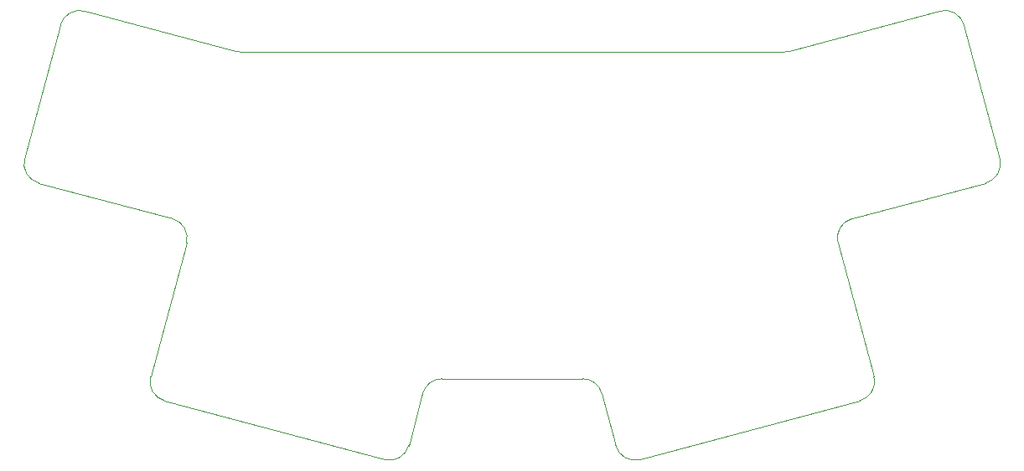
<source format=gbr>
%TF.GenerationSoftware,KiCad,Pcbnew,8.0.0*%
%TF.CreationDate,2024-03-10T21:35:39-05:00*%
%TF.ProjectId,idawgz32,69646177-677a-4333-922e-6b696361645f,rev?*%
%TF.SameCoordinates,Original*%
%TF.FileFunction,Profile,NP*%
%FSLAX46Y46*%
G04 Gerber Fmt 4.6, Leading zero omitted, Abs format (unit mm)*
G04 Created by KiCad (PCBNEW 8.0.0) date 2024-03-10 21:35:39*
%MOMM*%
%LPD*%
G01*
G04 APERTURE LIST*
%TA.AperFunction,Profile*%
%ADD10C,0.050000*%
%TD*%
G04 APERTURE END LIST*
D10*
X62047604Y-80004454D02*
X60633069Y-85283579D01*
X25448619Y-42727095D02*
G75*
G02*
X27898103Y-41312873I1931861J-517645D01*
G01*
X106217101Y-80744948D02*
X84000806Y-86697787D01*
X27898102Y-41312876D02*
X43098589Y-45385835D01*
X60633068Y-85283579D02*
G75*
G02*
X58183590Y-86697733I-1931768J517579D01*
G01*
X62047604Y-80004454D02*
G75*
G02*
X63979453Y-78522107I1931996J-517846D01*
G01*
X34553068Y-78295462D02*
X38176538Y-64772500D01*
X36762327Y-62323009D02*
G75*
G02*
X38176526Y-64772497I-517727J-1931891D01*
G01*
X107631312Y-78295467D02*
G75*
G02*
X106217112Y-80744991I-1931912J-517633D01*
G01*
X84000806Y-86697787D02*
G75*
G02*
X81551230Y-85283594I-517806J1931687D01*
G01*
X43616219Y-45453981D02*
G75*
G02*
X43098586Y-45385847I81J2000981D01*
G01*
X99085796Y-45385834D02*
G75*
G02*
X98568159Y-45453993I-517796J1932734D01*
G01*
X114286281Y-41312884D02*
G75*
G02*
X116735739Y-42727094I517519J-1932016D01*
G01*
X118945020Y-58699545D02*
X105422061Y-62323010D01*
X58183575Y-86697790D02*
X35967281Y-80744953D01*
X78204932Y-78522095D02*
X63979453Y-78522094D01*
X78204932Y-78522095D02*
G75*
G02*
X80136827Y-80004439I-32J-2000105D01*
G01*
X43616219Y-45453981D02*
X98568159Y-45453988D01*
X116735769Y-42727086D02*
X120359232Y-56250056D01*
X104007846Y-64772501D02*
G75*
G02*
X105422072Y-62323053I1931854J517601D01*
G01*
X104007845Y-64772501D02*
X107631313Y-78295467D01*
X120359232Y-56250056D02*
G75*
G02*
X118945037Y-58699607I-1931932J-517644D01*
G01*
X99085796Y-45385834D02*
X114286281Y-41312883D01*
X36762327Y-62323008D02*
X23239362Y-58699545D01*
X23239362Y-58699544D02*
G75*
G02*
X21825176Y-56250059I517838J1931944D01*
G01*
X35967281Y-80744953D02*
G75*
G02*
X34553054Y-78295458I517619J1931853D01*
G01*
X21825151Y-56250052D02*
X25448618Y-42727095D01*
X81551316Y-85283571D02*
X80136778Y-80004452D01*
M02*

</source>
